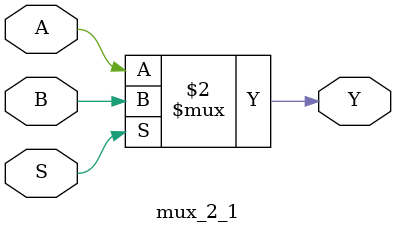
<source format=v>
module mux_2_1 (
    // Input ports
    input A,
    input B,
    input S,

    // Output port
    output Y
);

    assign Y = (S == 1) ? B : A;

endmodule
</source>
